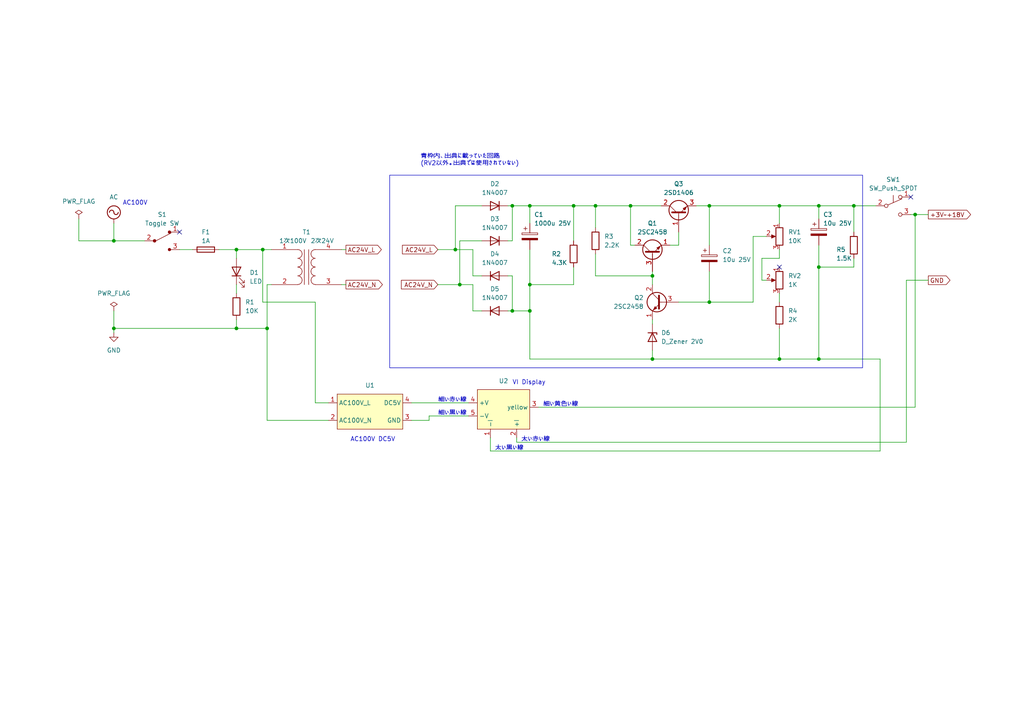
<source format=kicad_sch>
(kicad_sch (version 20230121) (generator eeschema)
  (paper "A4")
  (lib_symbols
    (symbol "Device:C_Polarized" (pin_numbers hide) (pin_names (offset 0.254))
      (property "Reference" "C" (at 0.635 2.54 0))
      (property "Value" "C_Polarized" (at 0.635 -2.54 0))
      (symbol "C_Polarized_0_1"
        (rectangle (start -2.286 0.508) (end 2.286 1.016))
        (polyline (pts (xy -1.778 2.286) (xy -0.762 2.286)))
        (polyline (pts (xy -1.27 2.794) (xy -1.27 1.778)))
        (rectangle (start 2.286 -0.508) (end -2.286 -1.016) (fill (type outline)))
      )
      (symbol "C_Polarized_1_1"
        (pin passive line (at 0 3.81 270) (length 2.794) (name "~") (number "1"))
        (pin passive line (at 0 -3.81 90) (length 2.794) (name "~") (number "2"))
      )
    )
    (symbol "Device:D" (pin_numbers hide) (pin_names (offset 1.016) hide)
      (property "Reference" "D" (at 0 2.54 0))
      (property "Value" "D" (at 0 -2.54 0))
      (symbol "D_0_1"
        (polyline (pts (xy -1.27 1.27) (xy -1.27 -1.27)) (stroke (width 0.254)))
        (polyline (pts (xy 1.27 0) (xy -1.27 0)))
        (polyline (pts (xy 1.27 1.27) (xy 1.27 -1.27) (xy -1.27 0) (xy 1.27 1.27)) (stroke (width 0.254)))
      )
      (symbol "D_1_1"
        (pin passive line (at -3.81 0 0) (length 2.54) (name "K") (number "1"))
        (pin passive line (at 3.81 0 180) (length 2.54) (name "A") (number "2"))
      )
    )
    (symbol "Device:Fuse" (pin_numbers hide) (pin_names (offset 0))
      (property "Reference" "F" (at 2.032 0 90))
      (property "Value" "Fuse" (at -1.905 0 90))
      (symbol "Fuse_0_1"
        (rectangle (start -0.762 -2.54) (end 0.762 2.54) (stroke (width 0.254)))
        (polyline (pts (xy 0 2.54) (xy 0 -2.54)))
      )
      (symbol "Fuse_1_1"
        (pin passive line (at 0 3.81 270) (length 1.27) (name "~") (number "1"))
        (pin passive line (at 0 -3.81 90) (length 1.27) (name "~") (number "2"))
      )
    )
    (symbol "Device:LED" (pin_numbers hide) (pin_names (offset 1.016) hide)
      (property "Reference" "D" (at 0 2.54 0))
      (property "Value" "LED" (at 0 -2.54 0))
      (symbol "LED_0_1"
        (polyline (pts (xy -1.27 -1.27) (xy -1.27 1.27)) (stroke (width 0.254)))
        (polyline (pts (xy -1.27 0) (xy 1.27 0)))
        (polyline (pts (xy 1.27 -1.27) (xy 1.27 1.27) (xy -1.27 0) (xy 1.27 -1.27)) (stroke (width 0.254)))
        (polyline (pts (xy -3.048 -0.762) (xy -4.572 -2.286) (xy -3.81 -2.286) (xy -4.572 -2.286) (xy -4.572 -1.524)))
        (polyline (pts (xy -1.778 -0.762) (xy -3.302 -2.286) (xy -2.54 -2.286) (xy -3.302 -2.286) (xy -3.302 -1.524)))
      )
      (symbol "LED_1_1"
        (pin passive line (at -3.81 0 0) (length 2.54) (name "K") (number "1"))
        (pin passive line (at 3.81 0 180) (length 2.54) (name "A") (number "2"))
      )
    )
    (symbol "Device:R" (pin_numbers hide) (pin_names (offset 0))
      (property "Reference" "R" (at 2.032 0 90))
      (property "Value" "R" (at 0 0 90))
      (symbol "R_0_1"
        (rectangle (start -1.016 -2.54) (end 1.016 2.54) (stroke (width 0.254)))
      )
      (symbol "R_1_1"
        (pin passive line (at 0 3.81 270) (length 1.27) (name "~") (number "1"))
        (pin passive line (at 0 -3.81 90) (length 1.27) (name "~") (number "2"))
      )
    )
    (symbol "Device:R_Potentiometer" (pin_names (offset 1.016) hide)
      (property "Reference" "RV" (at -4.445 0 90))
      (property "Value" "R_Potentiometer" (at -2.54 0 90))
      (symbol "R_Potentiometer_0_1"
        (polyline (pts (xy 2.54 0) (xy 1.524 0)))
        (polyline (pts (xy 1.143 0) (xy 2.286 0.508) (xy 2.286 -0.508) (xy 1.143 0)) (fill (type outline)))
        (rectangle (start 1.016 2.54) (end -1.016 -2.54) (stroke (width 0.254)))
      )
      (symbol "R_Potentiometer_1_1"
        (pin passive line (at 0 3.81 270) (length 1.27) (name "1") (number "1"))
        (pin passive line (at 3.81 0 180) (length 1.27) (name "2") (number "2"))
        (pin passive line (at 0 -3.81 90) (length 1.27) (name "3") (number "3"))
      )
    )
    (symbol "Device:Transformer_1P_1S" (pin_names (offset 1.016) hide)
      (property "Reference" "T" (at 0 6.35 0))
      (property "Value" "Transformer_1P_1S" (at 0 -7.62 0))
      (symbol "Transformer_1P_1S_0_1"
        (arc (start -2.54 -5.0546) (mid -1.6599 -4.6901) (end -1.27 -3.81))
        (arc (start -2.54 -2.5146) (mid -1.6599 -2.1501) (end -1.27 -1.27))
        (arc (start -2.54 0.0254) (mid -1.6599 0.3899) (end -1.27 1.27))
        (arc (start -2.54 2.5654) (mid -1.6599 2.9299) (end -1.27 3.81))
        (arc (start -1.27 -3.81) (mid -1.642 -2.912) (end -2.54 -2.54))
        (arc (start -1.27 -1.27) (mid -1.642 -0.372) (end -2.54 0))
        (arc (start -1.27 1.27) (mid -1.642 2.168) (end -2.54 2.54))
        (arc (start -1.27 3.81) (mid -1.642 4.708) (end -2.54 5.08))
        (polyline (pts (xy -0.635 5.08) (xy -0.635 -5.08)))
        (polyline (pts (xy 0.635 -5.08) (xy 0.635 5.08)))
        (arc (start 1.2954 -1.27) (mid 1.6599 -2.1501) (end 2.54 -2.5146))
        (arc (start 1.2954 1.27) (mid 1.6599 0.3899) (end 2.54 0.0254))
        (arc (start 1.2954 3.81) (mid 1.6599 2.9299) (end 2.54 2.5654))
        (arc (start 1.3208 -3.81) (mid 1.6853 -4.6901) (end 2.5654 -5.0546))
        (arc (start 2.54 0) (mid 1.642 -0.372) (end 1.2954 -1.27))
        (arc (start 2.54 2.54) (mid 1.642 2.168) (end 1.2954 1.27))
        (arc (start 2.54 5.08) (mid 1.642 4.708) (end 1.2954 3.81))
        (arc (start 2.5654 -2.54) (mid 1.6674 -2.912) (end 1.3208 -3.81))
      )
      (symbol "Transformer_1P_1S_1_1"
        (pin passive line (at -10.16 5.08 0) (length 7.62) (name "AA") (number "1"))
        (pin passive line (at -10.16 -5.08 0) (length 7.62) (name "AB") (number "2"))
        (pin passive line (at 10.16 -5.08 180) (length 7.62) (name "SA") (number "3"))
        (pin passive line (at 10.16 5.08 180) (length 7.62) (name "SB") (number "4"))
      )
    )
    (symbol "Diode:DZ2S030X0L" (pin_numbers hide) (pin_names hide)
      (property "Reference" "D" (at 0 2.54 0))
      (property "Value" "DZ2S030X0L" (at 0 -2.54 0))
      (symbol "DZ2S030X0L_0_1"
        (polyline (pts (xy 1.27 0) (xy -1.27 0)))
        (polyline (pts (xy -1.27 -1.27) (xy -1.27 1.27) (xy -0.762 1.27)) (stroke (width 0.254)))
        (polyline (pts (xy 1.27 -1.27) (xy 1.27 1.27) (xy -1.27 0) (xy 1.27 -1.27)) (stroke (width 0.254)))
      )
      (symbol "DZ2S030X0L_1_1"
        (pin passive line (at -3.81 0 0) (length 2.54) (name "K") (number "1"))
        (pin passive line (at 3.81 0 180) (length 2.54) (name "A") (number "2"))
      )
    )
    (symbol "New_Library:AC100VDC5V"
      (property "Reference" "U" (at 0 0 0))
      (symbol "AC100VDC5V_1_1"
        (rectangle (start -12.7 5.08) (end 6.35 -5.08) (fill (type background)))
        (pin passive line (at -15.24 2.54 0) (length 2.54) (name "AC100V_L") (number "1"))
        (pin passive line (at -15.24 -2.54 0) (length 2.54) (name "AC100V_N") (number "2"))
        (pin passive line (at 8.89 -2.54 180) (length 2.54) (name "GND") (number "3"))
        (pin passive line (at 8.89 2.54 180) (length 2.54) (name "DC5V") (number "4"))
      )
    )
    (symbol "New_Library:VI_Display"
      (property "Reference" "U" (at -1.27 11.43 0))
      (symbol "VI_Display_1_1"
        (rectangle (start -7.62 7.62) (end 7.62 -3.81) (fill (type background)))
        (pin passive line (at -3.81 -6.35 90) (length 2.54) (name "-I") (number "1"))
        (pin passive line (at 3.81 -6.35 90) (length 2.54) (name "+I") (number "2"))
        (pin passive line (at 10.16 2.54 180) (length 2.54) (name "yellow") (number "3"))
        (pin passive line (at -10.16 3.81 0) (length 2.54) (name "+V") (number "4"))
        (pin passive line (at -10.16 0 0) (length 2.54) (name "-V") (number "5"))
      )
    )
    (symbol "Switch:SW_Push_SPDT" (pin_names (offset 0) hide)
      (property "Reference" "SW" (at 0 4.318 0))
      (property "Value" "SW_Push_SPDT" (at 0 -5.08 0))
      (symbol "SW_Push_SPDT_0_0"
        (circle (center -2.032 0) (radius 0.508))
        (polyline (pts (xy 0 1.016) (xy 0 3.048)))
        (circle (center 2.032 -2.54) (radius 0.508))
      )
      (symbol "SW_Push_SPDT_0_1"
        (polyline (pts (xy -1.524 0.254) (xy 2.54 2.032)))
        (circle (center 2.032 2.54) (radius 0.508))
      )
      (symbol "SW_Push_SPDT_1_1"
        (pin passive line (at 5.08 2.54 180) (length 2.54) (name "A") (number "1"))
        (pin passive line (at -5.08 0 0) (length 2.54) (name "B") (number "2"))
        (pin passive line (at 5.08 -2.54 180) (length 2.54) (name "C") (number "3"))
      )
    )
    (symbol "Transistor_BJT:2SC1815" (pin_names (offset 0) hide)
      (property "Reference" "Q" (at 5.08 1.905 0))
      (property "Value" "2SC1815" (at 5.08 0 0))
      (symbol "2SC1815_0_1"
        (polyline (pts (xy 0 0) (xy 0.508 0)))
        (polyline (pts (xy 0.635 0.635) (xy 2.54 2.54)))
        (polyline (pts (xy 0.635 -0.635) (xy 2.54 -2.54) (xy 2.54 -2.54)))
        (polyline (pts (xy 0.635 1.905) (xy 0.635 -1.905) (xy 0.635 -1.905)) (stroke (width 0.508)))
        (polyline (pts (xy 1.27 -1.778) (xy 1.778 -1.27) (xy 2.286 -2.286) (xy 1.27 -1.778) (xy 1.27 -1.778)) (fill (type outline)))
        (circle (center 1.27 0) (radius 2.8194) (stroke (width 0.254)))
      )
      (symbol "2SC1815_1_1"
        (pin passive line (at 2.54 -5.08 90) (length 2.54) (name "E") (number "1"))
        (pin passive line (at 2.54 5.08 270) (length 2.54) (name "C") (number "2"))
        (pin input line (at -5.08 0 0) (length 5.08) (name "B") (number "3"))
      )
    )
    (symbol "Transistor_BJT:2SD1047" (pin_names (offset 0) hide)
      (property "Reference" "Q" (at 6.35 1.905 0))
      (property "Value" "2SD1047" (at 6.35 0 0))
      (symbol "2SD1047_0_1"
        (polyline (pts (xy 0 0) (xy 0.762 0)))
        (polyline (pts (xy 0.635 0.635) (xy 2.54 2.54)))
        (polyline (pts (xy 0.635 -0.635) (xy 2.54 -2.54) (xy 2.54 -2.54)))
        (polyline (pts (xy 0.635 1.905) (xy 0.635 -1.905) (xy 0.635 -1.905)) (stroke (width 0.508)))
        (polyline (pts (xy 1.27 -1.778) (xy 1.778 -1.27) (xy 2.286 -2.286) (xy 1.27 -1.778) (xy 1.27 -1.778)) (fill (type outline)))
        (circle (center 1.27 0) (radius 2.8194) (stroke (width 0.254)))
      )
      (symbol "2SD1047_1_1"
        (pin input line (at -5.08 0 0) (length 5.08) (name "B") (number "1"))
        (pin passive line (at 2.54 5.08 270) (length 2.54) (name "C") (number "2"))
        (pin passive line (at 2.54 -5.08 90) (length 2.54) (name "E") (number "3"))
      )
    )
    (symbol "dk_Toggle-Switches:ATE1D-2M3-10-Z" (pin_names (offset 0) hide)
      (property "Reference" "S" (at -3.302 2.921 0))
      (property "Value" "ATE1D-2M3-10-Z" (at 0.127 -5.334 0))
      (symbol "ATE1D-2M3-10-Z_0_1"
        (circle (center -2.159 0) (radius 0.4064) (fill (type outline)))
        (polyline (pts (xy 2.667 2.286) (xy -1.778 0)))
        (circle (center 2.159 -2.54) (radius 0.381) (fill (type outline)))
        (circle (center 2.159 2.54) (radius 0.381) (fill (type outline)))
      )
      (symbol "ATE1D-2M3-10-Z_1_1"
        (pin passive line (at 5.08 2.54 180) (length 2.54) (name "~") (number "1"))
        (pin passive line (at -5.08 0 0) (length 2.54) (name "Com") (number "2"))
        (pin passive line (at 5.08 -2.54 180) (length 2.54) (name "~") (number "3"))
      )
    )
    (symbol "power:AC" (power) (pin_names (offset 0))
      (property "Value" "AC" (at 0 6.35 0))
      (symbol "AC_0_1"
        (polyline (pts (xy 0 0) (xy 0 1.27)))
        (arc (start 0 3.175) (mid -0.635 3.8073) (end -1.27 3.175) (stroke (width 0.254)))
        (arc (start 0 3.175) (mid 0.635 2.5427) (end 1.27 3.175) (stroke (width 0.254)))
        (circle (center 0 3.175) (radius 1.905) (stroke (width 0.254)))
      )
      (symbol "AC_1_1"
        (pin power_in line (at 0 0 90) (length 0) hide (name "AC") (number "1"))
      )
    )
    (symbol "power:GND" (power) (pin_names (offset 0))
      (property "Value" "GND" (at 0 -3.81 0))
      (symbol "GND_0_1"
        (polyline (pts (xy 0 0) (xy 0 -1.27) (xy 1.27 -1.27) (xy 0 -2.54) (xy -1.27 -1.27) (xy 0 -1.27)))
      )
      (symbol "GND_1_1"
        (pin power_in line (at 0 0 270) (length 0) hide (name "GND") (number "1"))
      )
    )
    (symbol "power:PWR_FLAG" (power) (pin_numbers hide) (pin_names (offset 0) hide)
      (property "Value" "PWR_FLAG" (at 0 3.81 0))
      (symbol "PWR_FLAG_0_0"
        (pin power_out line (at 0 0 90) (length 0) (name "pwr") (number "1"))
      )
      (symbol "PWR_FLAG_0_1"
        (polyline (pts (xy 0 0) (xy 0 1.27) (xy -1.016 1.905) (xy 0 2.54) (xy 1.016 1.905) (xy 0 1.27)))
      )
    )
  )
  (junction (at 148.59 59.69))
  (junction (at 226.06 59.69))
  (junction (at 132.08 72.39))
  (junction (at 148.59 90.17))
  (junction (at 77.47 95.25))
  (junction (at 33.02 95.25))
  (junction (at 133.35 82.55))
  (junction (at 153.67 59.69))
  (junction (at 189.23 104.14))
  (junction (at 182.88 59.69))
  (junction (at 166.37 59.69))
  (junction (at 237.49 59.69))
  (junction (at 205.74 59.69))
  (junction (at 237.49 104.14))
  (junction (at 247.65 59.69))
  (junction (at 68.58 72.39))
  (junction (at 76.2 72.39))
  (junction (at 189.23 80.01))
  (junction (at 265.43 62.23))
  (junction (at 153.67 90.17))
  (junction (at 68.58 95.25))
  (junction (at 205.74 87.63))
  (junction (at 226.06 104.14))
  (junction (at 237.49 77.47))
  (junction (at 172.72 59.69))
  (junction (at 153.67 82.55))
  (junction (at 33.02 69.85))
  (no_connect (at 226.06 77.47))
  (no_connect (at 52.07 67.31))
  (no_connect (at 264.16 57.15))
  (wire (pts (xy 247.65 74.93) (xy 247.65 77.47)))
  (wire (pts (xy 166.37 77.47) (xy 166.37 82.55)))
  (wire (pts (xy 22.86 63.5) (xy 22.86 69.85)))
  (wire (pts (xy 148.59 59.69) (xy 153.67 59.69)))
  (wire (pts (xy 269.24 81.28) (xy 262.89 81.28)))
  (wire (pts (xy 76.2 72.39) (xy 78.74 72.39)))
  (wire (pts (xy 237.49 59.69) (xy 247.65 59.69)))
  (wire (pts (xy 147.32 80.01) (xy 148.59 80.01)))
  (wire (pts (xy 247.65 77.47) (xy 237.49 77.47)))
  (wire (pts (xy 76.2 87.63) (xy 91.44 87.63)))
  (wire (pts (xy 226.06 104.14) (xy 189.23 104.14)))
  (wire (pts (xy 255.27 130.81) (xy 255.27 104.14)))
  (wire (pts (xy 237.49 71.12) (xy 237.49 77.47)))
  (wire (pts (xy 184.15 71.12) (xy 182.88 71.12)))
  (wire (pts (xy 153.67 90.17) (xy 148.59 90.17)))
  (wire (pts (xy 52.07 72.39) (xy 55.88 72.39)))
  (wire (pts (xy 189.23 104.14) (xy 189.23 101.6)))
  (wire (pts (xy 77.47 95.25) (xy 68.58 95.25)))
  (wire (pts (xy 237.49 104.14) (xy 226.06 104.14)))
  (wire (pts (xy 205.74 59.69) (xy 226.06 59.69)))
  (wire (pts (xy 68.58 95.25) (xy 68.58 92.71)))
  (wire (pts (xy 153.67 59.69) (xy 153.67 64.77)))
  (wire (pts (xy 247.65 59.69) (xy 247.65 67.31)))
  (wire (pts (xy 148.59 69.85) (xy 148.59 59.69)))
  (wire (pts (xy 247.65 59.69) (xy 254 59.69)))
  (wire (pts (xy 226.06 72.39) (xy 226.06 74.93)))
  (wire (pts (xy 149.86 127) (xy 149.86 128.27)))
  (wire (pts (xy 226.06 59.69) (xy 226.06 64.77)))
  (wire (pts (xy 133.35 69.85) (xy 139.7 69.85)))
  (wire (pts (xy 68.58 72.39) (xy 76.2 72.39)))
  (wire (pts (xy 153.67 90.17) (xy 153.67 104.14)))
  (wire (pts (xy 226.06 59.69) (xy 237.49 59.69)))
  (wire (pts (xy 127 72.39) (xy 132.08 72.39)))
  (wire (pts (xy 262.89 81.28) (xy 262.89 128.27)))
  (wire (pts (xy 132.08 59.69) (xy 132.08 72.39)))
  (wire (pts (xy 172.72 80.01) (xy 189.23 80.01)))
  (wire (pts (xy 153.67 72.39) (xy 153.67 82.55)))
  (wire (pts (xy 205.74 87.63) (xy 196.85 87.63)))
  (wire (pts (xy 139.7 90.17) (xy 137.16 90.17)))
  (wire (pts (xy 63.5 72.39) (xy 68.58 72.39)))
  (wire (pts (xy 218.44 68.58) (xy 218.44 87.63)))
  (wire (pts (xy 119.38 121.92) (xy 124.46 121.92)))
  (wire (pts (xy 139.7 80.01) (xy 137.16 80.01)))
  (wire (pts (xy 77.47 82.55) (xy 77.47 95.25)))
  (wire (pts (xy 147.32 59.69) (xy 148.59 59.69)))
  (wire (pts (xy 201.93 59.69) (xy 205.74 59.69)))
  (wire (pts (xy 132.08 59.69) (xy 139.7 59.69)))
  (wire (pts (xy 237.49 77.47) (xy 237.49 104.14)))
  (wire (pts (xy 33.02 90.17) (xy 33.02 95.25)))
  (wire (pts (xy 166.37 59.69) (xy 172.72 59.69)))
  (wire (pts (xy 148.59 90.17) (xy 147.32 90.17)))
  (wire (pts (xy 153.67 59.69) (xy 166.37 59.69)))
  (wire (pts (xy 166.37 59.69) (xy 166.37 69.85)))
  (wire (pts (xy 220.98 74.93) (xy 220.98 81.28)))
  (wire (pts (xy 68.58 95.25) (xy 33.02 95.25)))
  (wire (pts (xy 77.47 121.92) (xy 95.25 121.92)))
  (wire (pts (xy 124.46 120.65) (xy 135.89 120.65)))
  (wire (pts (xy 137.16 90.17) (xy 137.16 82.55)))
  (wire (pts (xy 196.85 71.12) (xy 196.85 67.31)))
  (wire (pts (xy 148.59 80.01) (xy 148.59 90.17)))
  (wire (pts (xy 91.44 116.84) (xy 95.25 116.84)))
  (wire (pts (xy 78.74 82.55) (xy 77.47 82.55)))
  (wire (pts (xy 166.37 82.55) (xy 153.67 82.55)))
  (wire (pts (xy 147.32 69.85) (xy 148.59 69.85)))
  (wire (pts (xy 77.47 95.25) (xy 77.47 121.92)))
  (wire (pts (xy 205.74 78.74) (xy 205.74 87.63)))
  (wire (pts (xy 142.24 127) (xy 142.24 130.81)))
  (wire (pts (xy 205.74 59.69) (xy 205.74 71.12)))
  (wire (pts (xy 22.86 69.85) (xy 33.02 69.85)))
  (wire (pts (xy 137.16 80.01) (xy 137.16 72.39)))
  (wire (pts (xy 172.72 59.69) (xy 172.72 66.04)))
  (wire (pts (xy 189.23 78.74) (xy 189.23 80.01)))
  (wire (pts (xy 149.86 128.27) (xy 262.89 128.27)))
  (wire (pts (xy 99.06 72.39) (xy 100.33 72.39)))
  (wire (pts (xy 33.02 95.25) (xy 33.02 96.52)))
  (wire (pts (xy 137.16 82.55) (xy 133.35 82.55)))
  (wire (pts (xy 33.02 64.77) (xy 33.02 69.85)))
  (wire (pts (xy 91.44 87.63) (xy 91.44 116.84)))
  (wire (pts (xy 226.06 95.25) (xy 226.06 104.14)))
  (wire (pts (xy 237.49 59.69) (xy 237.49 63.5)))
  (wire (pts (xy 142.24 130.81) (xy 255.27 130.81)))
  (wire (pts (xy 172.72 73.66) (xy 172.72 80.01)))
  (wire (pts (xy 68.58 82.55) (xy 68.58 85.09)))
  (wire (pts (xy 153.67 82.55) (xy 153.67 90.17)))
  (wire (pts (xy 133.35 82.55) (xy 133.35 69.85)))
  (wire (pts (xy 172.72 59.69) (xy 182.88 59.69)))
  (wire (pts (xy 264.16 62.23) (xy 265.43 62.23)))
  (wire (pts (xy 137.16 72.39) (xy 132.08 72.39)))
  (wire (pts (xy 222.25 68.58) (xy 218.44 68.58)))
  (wire (pts (xy 119.38 116.84) (xy 135.89 116.84)))
  (wire (pts (xy 33.02 69.85) (xy 41.91 69.85)))
  (wire (pts (xy 218.44 87.63) (xy 205.74 87.63)))
  (wire (pts (xy 156.21 118.11) (xy 265.43 118.11)))
  (wire (pts (xy 226.06 85.09) (xy 226.06 87.63)))
  (wire (pts (xy 153.67 104.14) (xy 189.23 104.14)))
  (wire (pts (xy 194.31 71.12) (xy 196.85 71.12)))
  (wire (pts (xy 226.06 74.93) (xy 220.98 74.93)))
  (wire (pts (xy 182.88 71.12) (xy 182.88 59.69)))
  (wire (pts (xy 189.23 92.71) (xy 189.23 93.98)))
  (wire (pts (xy 265.43 62.23) (xy 269.24 62.23)))
  (wire (pts (xy 220.98 81.28) (xy 222.25 81.28)))
  (wire (pts (xy 182.88 59.69) (xy 191.77 59.69)))
  (wire (pts (xy 255.27 104.14) (xy 237.49 104.14)))
  (wire (pts (xy 68.58 72.39) (xy 68.58 74.93)))
  (wire (pts (xy 189.23 80.01) (xy 189.23 82.55)))
  (wire (pts (xy 124.46 121.92) (xy 124.46 120.65)))
  (wire (pts (xy 76.2 72.39) (xy 76.2 87.63)))
  (wire (pts (xy 99.06 82.55) (xy 100.33 82.55)))
  (wire (pts (xy 127 82.55) (xy 133.35 82.55)))
  (wire (pts (xy 265.43 62.23) (xy 265.43 118.11)))
  (rectangle (start 113.03 50.8) (end 250.19 106.68))
  (text "AC100V" (at 35.56 59.69 0) (effects (font (size 1.27 1.27)) (justify left bottom)))
  (text "太い赤い線" (at 151.13 128.27 0) (effects (font (size 1.27 1.27)) (justify left bottom)))
  (text "細い黒い線" (at 127 120.65 0) (effects (font (size 1.27 1.27)) (justify left bottom)))
  (text "細い赤い線" (at 127 116.84 0) (effects (font (size 1.27 1.27)) (justify left bottom)))
  (text "青枠内、出典に載っていた回路\n(RV2以外。出典では使用されていない)" (at 121.92 48.26 0) (effects (font (size 1.27 1.27)) (justify left bottom)))
  (text "細い黄色い線" (at 157.48 118.11 0) (effects (font (size 1.27 1.27)) (justify left bottom)))
  (text "VI Display" (at 148.59 111.76 0) (effects (font (size 1.27 1.27)) (justify left bottom)))
  (text "AC100V DC5V" (at 101.6 128.27 0) (effects (font (size 1.27 1.27)) (justify left bottom)))
  (text "太い黒い線" (at 143.51 130.81 0) (effects (font (size 1.27 1.27)) (justify left bottom)))
  (global_label "AC24V_L" (shape output) (at 100.33 72.39 0) (property "Intersheetrefs" "${INTERSHEET_REFS}" (effects hide)))
  (global_label "+3V~+18V" (shape output) (at 269.24 62.23 0) (property "Intersheetrefs" "${INTERSHEET_REFS}" (effects hide)))
  (global_label "GND" (shape output) (at 269.24 81.28 0) (property "Intersheetrefs" "${INTERSHEET_REFS}" (effects hide)))
  (global_label "AC24V_N" (shape output) (at 100.33 82.55 0) (property "Intersheetrefs" "${INTERSHEET_REFS}" (effects hide)))
  (global_label "AC24V_L" (shape input) (at 127 72.39 180) (property "Intersheetrefs" "${INTERSHEET_REFS}" (effects hide)))
  (global_label "AC24V_N" (shape input) (at 127 82.55 180) (property "Intersheetrefs" "${INTERSHEET_REFS}" (effects hide)))
  (symbol (lib_id "Device:R") (at 247.65 71.12 0) (unit 1)
    (property "Reference" "R5" (at 242.57 72.39 0) (effects (justify left)))
    (property "Value" "1.5K" (at 242.57 74.93 0) (effects (justify left)))
  )
  (symbol (lib_id "Transistor_BJT:2SC1815") (at 189.23 73.66 90) (unit 1)
    (property "Reference" "Q1" (at 189.23 64.77 90))
    (property "Value" "2SC2458" (at 189.23 67.31 90))
    (property "Footprint" "Package_TO_SOT_THT:TO-92_Inline" (effects hide))
    (property "Datasheet" "https://media.digikey.com/pdf/Data%20Sheets/Toshiba%20PDFs/2SC1815.pdf" (effects hide))
  )
  (symbol (lib_id "Device:D") (at 143.51 80.01 0) (unit 1)
    (property "Reference" "D4" (at 143.51 73.66 0))
    (property "Value" "1N4007" (at 143.51 76.2 0))
    (property "Sim.Device" "D" (effects hide))
    (property "Sim.Pins" "1=K 2=A" (effects hide))
  )
  (symbol (lib_id "Device:D") (at 143.51 69.85 180) (unit 1)
    (property "Reference" "D3" (at 143.51 63.5 0))
    (property "Value" "1N4007" (at 143.51 66.04 0))
    (property "Sim.Device" "D" (effects hide))
    (property "Sim.Pins" "1=K 2=A" (effects hide))
  )
  (symbol (lib_id "Device:R") (at 172.72 69.85 0) (unit 1)
    (property "Reference" "R3" (at 175.26 68.58 0) (effects (justify left)))
    (property "Value" "2.2K" (at 175.26 71.12 0) (effects (justify left)))
  )
  (symbol (lib_id "Device:LED") (at 68.58 78.74 90) (unit 1)
    (property "Reference" "D1" (at 72.39 79.0575 90) (effects (justify right)))
    (property "Value" "LED" (at 72.39 81.5975 90) (effects (justify right)))
  )
  (symbol (lib_id "Device:R") (at 166.37 73.66 0) (unit 1)
    (property "Reference" "R2" (at 160.02 73.66 0) (effects (justify left)))
    (property "Value" "4.3K" (at 160.02 76.2 0) (effects (justify left)))
  )
  (symbol (lib_id "Device:C_Polarized") (at 237.49 67.31 0) (unit 1)
    (property "Reference" "C3" (at 238.76 62.23 0) (effects (justify left)))
    (property "Value" "10u 25V" (at 238.76 64.77 0) (effects (justify left)))
  )
  (symbol (lib_id "power:PWR_FLAG") (at 22.86 63.5 0) (unit 1)
    (property "Reference" "#FLG01" (effects hide))
    (property "Value" "PWR_FLAG" (at 22.86 58.42 0))
  )
  (symbol (lib_id "Device:C_Polarized") (at 205.74 74.93 0) (unit 1)
    (property "Reference" "C2" (at 209.55 72.771 0) (effects (justify left)))
    (property "Value" "10u 25V" (at 209.55 75.311 0) (effects (justify left)))
  )
  (symbol (lib_id "power:PWR_FLAG") (at 33.02 90.17 0) (unit 1)
    (property "Reference" "#FLG02" (effects hide))
    (property "Value" "PWR_FLAG" (at 33.02 85.09 0))
  )
  (symbol (lib_id "New_Library:VI_Display") (at 146.05 120.65 0) (unit 1)
    (property "Reference" "U2" (at 146.05 110.49 0))
  )
  (symbol (lib_id "Device:Fuse") (at 59.69 72.39 90) (unit 1)
    (property "Reference" "F1" (at 59.69 67.31 90))
    (property "Value" "1A" (at 59.69 69.85 90))
  )
  (symbol (lib_id "power:AC") (at 33.02 64.77 0) (unit 1)
    (property "Reference" "#PWR01" (effects hide))
    (property "Value" "AC" (at 33.02 57.15 0))
  )
  (symbol (lib_id "Device:Transformer_1P_1S") (at 88.9 77.47 0) (unit 1)
    (property "Reference" "T1" (at 88.9127 67.31 0))
    (property "Value" "1次100V　2次24V" (at 88.9127 69.85 0))
  )
  (symbol (lib_id "Transistor_BJT:2SC1815") (at 191.77 87.63 0) (mirror y) (unit 1)
    (property "Reference" "Q2" (at 186.69 86.36 0) (effects (justify left)))
    (property "Value" "2SC2458" (at 186.69 88.9 0) (effects (justify left)))
    (property "Footprint" "Package_TO_SOT_THT:TO-92_Inline" (effects hide))
    (property "Datasheet" "https://media.digikey.com/pdf/Data%20Sheets/Toshiba%20PDFs/2SC1815.pdf" (effects hide))
  )
  (symbol (lib_id "Device:R") (at 226.06 91.44 0) (unit 1)
    (property "Reference" "R4" (at 228.6 90.17 0) (effects (justify left)))
    (property "Value" "2K" (at 228.6 92.71 0) (effects (justify left)))
  )
  (symbol (lib_id "dk_Toggle-Switches:ATE1D-2M3-10-Z") (at 46.99 69.85 0) (unit 1)
    (property "Reference" "S1" (at 47.0408 62.23 0))
    (property "Value" "Toggle SW" (at 47.0408 64.77 0))
    (property "Footprint" "digikey-footprints:Switch_Toggle_ATE1D-2M3-10-Z" (effects hide))
    (property "Datasheet" "https://www.nidec-copal-electronics.com/e/catalog/switch/ate.pdf" (effects hide))
    (property "Digi-Key_PN" "563-1157-ND" (effects hide))
    (property "MPN" "ATE1D-2M3-10-Z" (effects hide))
    (property "Category" "Switches" (effects hide))
    (property "Family" "Toggle Switches" (effects hide))
    (property "DK_Datasheet_Link" "https://www.nidec-copal-electronics.com/e/catalog/switch/ate.pdf" (effects hide))
    (property "DK_Detail_Page" "/product-detail/en/nidec-copal-electronics/ATE1D-2M3-10-Z/563-1157-ND/1792018" (effects hide))
    (property "Description" "SWITCH TOGGLE SPDT 50MA 48V" (effects hide))
    (property "Manufacturer" "Nidec Copal Electronics" (effects hide))
    (property "Status" "Active" (effects hide))
  )
  (symbol (lib_id "New_Library:AC100VDC5V") (at 110.49 119.38 0) (unit 1)
    (property "Reference" "U1" (at 107.315 111.76 0))
  )
  (symbol (lib_id "Device:D") (at 143.51 59.69 180) (unit 1)
    (property "Reference" "D2" (at 143.51 53.34 0))
    (property "Value" "1N4007" (at 143.51 55.88 0))
    (property "Sim.Device" "D" (effects hide))
    (property "Sim.Pins" "1=K 2=A" (effects hide))
  )
  (symbol (lib_id "Device:R_Potentiometer") (at 226.06 81.28 0) (mirror y) (unit 1)
    (property "Reference" "RV2" (at 228.6 80.01 0) (effects (justify right)))
    (property "Value" "1K" (at 228.6 82.55 0) (effects (justify right)))
  )
  (symbol (lib_id "power:GND") (at 33.02 96.52 0) (unit 1)
    (property "Reference" "#PWR02" (effects hide))
    (property "Value" "GND" (at 33.02 101.6 0))
  )
  (symbol (lib_id "Diode:DZ2S030X0L") (at 189.23 97.79 270) (unit 1)
    (property "Reference" "D6" (at 191.77 96.52 90) (effects (justify left)))
    (property "Value" "D_Zener 2V0" (at 191.77 99.06 90) (effects (justify left)))
    (property "Footprint" "Diode_SMD:D_SOD-523" (effects hide))
    (property "Datasheet" "https://industrial.panasonic.com/content/data/SC/ds/ds4/DZ2S03000L_E.pdf" (effects hide))
  )
  (symbol (lib_id "Device:R") (at 68.58 88.9 0) (unit 1)
    (property "Reference" "R1" (at 71.12 87.63 0) (effects (justify left)))
    (property "Value" "10K" (at 71.12 90.17 0) (effects (justify left)))
  )
  (symbol (lib_id "Device:R_Potentiometer") (at 226.06 68.58 0) (mirror y) (unit 1)
    (property "Reference" "RV1" (at 228.6 67.31 0) (effects (justify right)))
    (property "Value" "10K" (at 228.6 69.85 0) (effects (justify right)))
  )
  (symbol (lib_id "Switch:SW_Push_SPDT") (at 259.08 59.69 0) (unit 1)
    (property "Reference" "SW1" (at 259.08 52.07 0))
    (property "Value" "SW_Push_SPDT" (at 259.08 54.61 0))
  )
  (symbol (lib_id "Device:C_Polarized") (at 153.67 68.58 0) (unit 1)
    (property "Reference" "C1" (at 154.94 62.23 0) (effects (justify left)))
    (property "Value" "1000u 25V" (at 154.94 64.77 0) (effects (justify left)))
  )
  (symbol (lib_id "Transistor_BJT:2SD1047") (at 196.85 62.23 90) (unit 1)
    (property "Reference" "Q3" (at 196.85 53.34 90))
    (property "Value" "2SD1406" (at 196.85 55.88 90))
    (property "Footprint" "Package_TO_SOT_THT:TO-3PB-3_Vertical" (effects hide))
    (property "Datasheet" "http://www.st.com/resource/en/datasheet/2sd1047.pdf" (effects hide))
  )
  (symbol (lib_id "Device:D") (at 143.51 90.17 0) (unit 1)
    (property "Reference" "D5" (at 143.51 83.82 0))
    (property "Value" "1N4007" (at 143.51 86.36 0))
    (property "Sim.Device" "D" (effects hide))
    (property "Sim.Pins" "1=K 2=A" (effects hide))
  )
)
</source>
